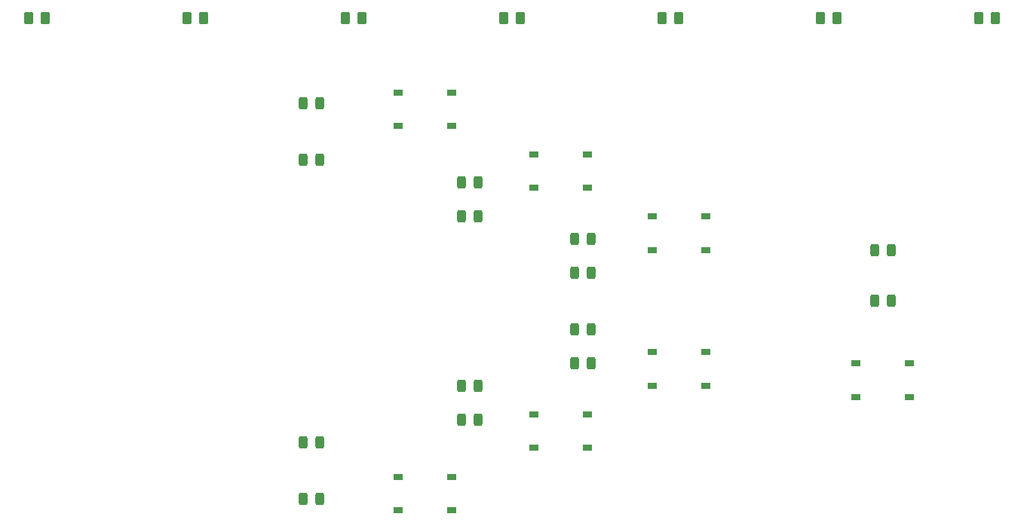
<source format=gbr>
%TF.GenerationSoftware,KiCad,Pcbnew,7.0.11+1*%
%TF.CreationDate,2024-06-09T21:21:38+01:00*%
%TF.ProjectId,crowland-green,63726f77-6c61-46e6-942d-677265656e2e,Rev 1*%
%TF.SameCoordinates,Original*%
%TF.FileFunction,Paste,Top*%
%TF.FilePolarity,Positive*%
%FSLAX46Y46*%
G04 Gerber Fmt 4.6, Leading zero omitted, Abs format (unit mm)*
G04 Created by KiCad (PCBNEW 7.0.11+1) date 2024-06-09 21:21:38*
%MOMM*%
%LPD*%
G01*
G04 APERTURE LIST*
G04 Aperture macros list*
%AMRoundRect*
0 Rectangle with rounded corners*
0 $1 Rounding radius*
0 $2 $3 $4 $5 $6 $7 $8 $9 X,Y pos of 4 corners*
0 Add a 4 corners polygon primitive as box body*
4,1,4,$2,$3,$4,$5,$6,$7,$8,$9,$2,$3,0*
0 Add four circle primitives for the rounded corners*
1,1,$1+$1,$2,$3*
1,1,$1+$1,$4,$5*
1,1,$1+$1,$6,$7*
1,1,$1+$1,$8,$9*
0 Add four rect primitives between the rounded corners*
20,1,$1+$1,$2,$3,$4,$5,0*
20,1,$1+$1,$4,$5,$6,$7,0*
20,1,$1+$1,$6,$7,$8,$9,0*
20,1,$1+$1,$8,$9,$2,$3,0*%
G04 Aperture macros list end*
%ADD10RoundRect,0.243750X-0.243750X-0.456250X0.243750X-0.456250X0.243750X0.456250X-0.243750X0.456250X0*%
%ADD11RoundRect,0.250000X-0.262500X-0.450000X0.262500X-0.450000X0.262500X0.450000X-0.262500X0.450000X0*%
%ADD12R,1.000000X0.750000*%
G04 APERTURE END LIST*
D10*
%TO.C,D3*%
X90502500Y-68580000D03*
X92377500Y-68580000D03*
%TD*%
D11*
%TO.C,R1*%
X41910000Y-50165000D03*
X43735000Y-50165000D03*
%TD*%
%TO.C,R3*%
X77470000Y-50165000D03*
X79295000Y-50165000D03*
%TD*%
%TO.C,R5*%
X113030000Y-50165000D03*
X114855000Y-50165000D03*
%TD*%
%TO.C,R7*%
X150415000Y-50165000D03*
X148590000Y-50165000D03*
%TD*%
D12*
%TO.C,SW7*%
X134795000Y-88930000D03*
X140795000Y-88930000D03*
X134795000Y-92680000D03*
X140795000Y-92680000D03*
%TD*%
D10*
%TO.C,D9*%
X90502500Y-91440000D03*
X92377500Y-91440000D03*
%TD*%
D12*
%TO.C,SW1*%
X83360000Y-58480000D03*
X89360000Y-58480000D03*
X83360000Y-62230000D03*
X89360000Y-62230000D03*
%TD*%
%TO.C,SW4*%
X89360000Y-105410000D03*
X83360000Y-105410000D03*
X89360000Y-101660000D03*
X83360000Y-101660000D03*
%TD*%
%TO.C,SW5*%
X104600000Y-98395000D03*
X98600000Y-98395000D03*
X104600000Y-94645000D03*
X98600000Y-94645000D03*
%TD*%
D11*
%TO.C,R6*%
X130810000Y-50165000D03*
X132635000Y-50165000D03*
%TD*%
D10*
%TO.C,D4*%
X90502500Y-72390000D03*
X92377500Y-72390000D03*
%TD*%
D11*
%TO.C,R2*%
X59690000Y-50165000D03*
X61515000Y-50165000D03*
%TD*%
%TO.C,R4*%
X95250000Y-50165000D03*
X97075000Y-50165000D03*
%TD*%
D10*
%TO.C,D13*%
X136857500Y-76200000D03*
X138732500Y-76200000D03*
%TD*%
%TO.C,D10*%
X90502500Y-95250000D03*
X92377500Y-95250000D03*
%TD*%
%TO.C,D2*%
X72722500Y-66040000D03*
X74597500Y-66040000D03*
%TD*%
%TO.C,D5*%
X103202500Y-74930000D03*
X105077500Y-74930000D03*
%TD*%
%TO.C,D12*%
X103202500Y-88900000D03*
X105077500Y-88900000D03*
%TD*%
D12*
%TO.C,SW6*%
X117935000Y-91410000D03*
X111935000Y-91410000D03*
X117935000Y-87660000D03*
X111935000Y-87660000D03*
%TD*%
D10*
%TO.C,D7*%
X72722500Y-97790000D03*
X74597500Y-97790000D03*
%TD*%
%TO.C,D6*%
X103202500Y-78740000D03*
X105077500Y-78740000D03*
%TD*%
%TO.C,D8*%
X72722500Y-104140000D03*
X74597500Y-104140000D03*
%TD*%
%TO.C,D1*%
X72722500Y-59690000D03*
X74597500Y-59690000D03*
%TD*%
%TO.C,D11*%
X103202500Y-85090000D03*
X105077500Y-85090000D03*
%TD*%
%TO.C,D14*%
X136857500Y-81915000D03*
X138732500Y-81915000D03*
%TD*%
D12*
%TO.C,SW3*%
X111935000Y-72420000D03*
X117935000Y-72420000D03*
X111935000Y-76170000D03*
X117935000Y-76170000D03*
%TD*%
%TO.C,SW2*%
X98600000Y-65435000D03*
X104600000Y-65435000D03*
X98600000Y-69185000D03*
X104600000Y-69185000D03*
%TD*%
M02*

</source>
